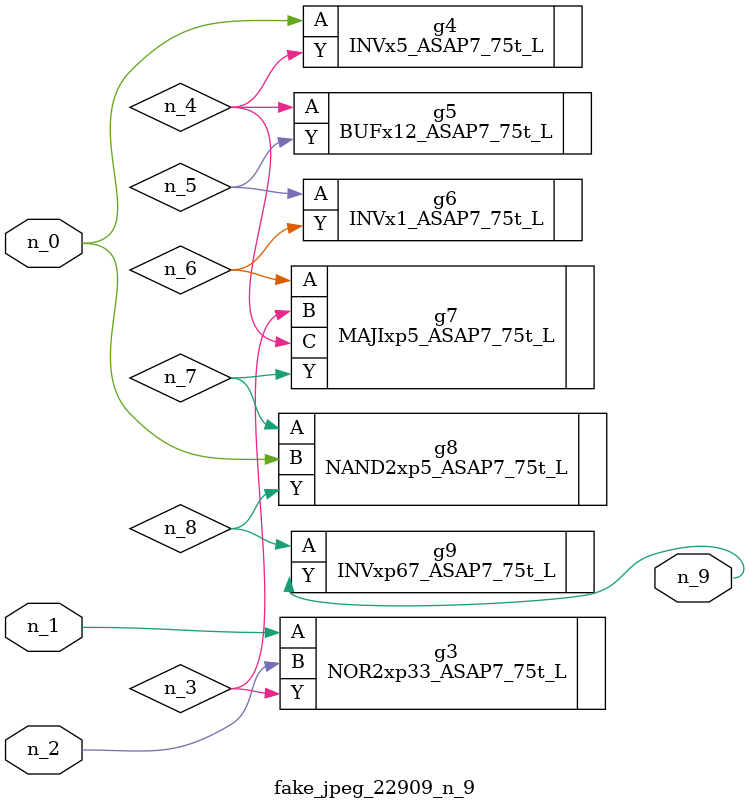
<source format=v>
module fake_jpeg_22909_n_9 (n_0, n_2, n_1, n_9);

input n_0;
input n_2;
input n_1;

output n_9;

wire n_3;
wire n_4;
wire n_8;
wire n_6;
wire n_5;
wire n_7;

NOR2xp33_ASAP7_75t_L g3 ( 
.A(n_1),
.B(n_2),
.Y(n_3)
);

INVx5_ASAP7_75t_L g4 ( 
.A(n_0),
.Y(n_4)
);

BUFx12_ASAP7_75t_L g5 ( 
.A(n_4),
.Y(n_5)
);

INVx1_ASAP7_75t_L g6 ( 
.A(n_5),
.Y(n_6)
);

MAJIxp5_ASAP7_75t_L g7 ( 
.A(n_6),
.B(n_3),
.C(n_4),
.Y(n_7)
);

NAND2xp5_ASAP7_75t_L g8 ( 
.A(n_7),
.B(n_0),
.Y(n_8)
);

INVxp67_ASAP7_75t_L g9 ( 
.A(n_8),
.Y(n_9)
);


endmodule
</source>
